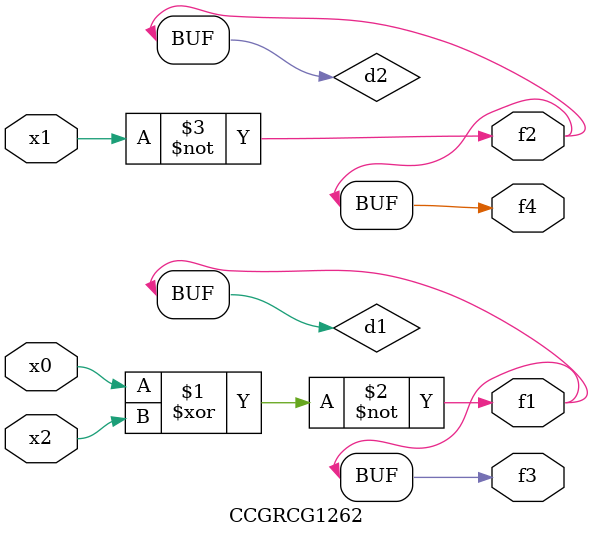
<source format=v>
module CCGRCG1262(
	input x0, x1, x2,
	output f1, f2, f3, f4
);

	wire d1, d2, d3;

	xnor (d1, x0, x2);
	nand (d2, x1);
	nor (d3, x1, x2);
	assign f1 = d1;
	assign f2 = d2;
	assign f3 = d1;
	assign f4 = d2;
endmodule

</source>
